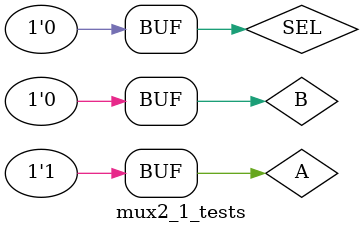
<source format=v>
`timescale 1ns / 1ps



module mux2_1_tests;

	// Inputs
	reg A;
	reg B;
	reg SEL;

	// Outputs
	wire OUT_gates;
	wire OUT_dataflow;
	wire OUT_behavioral;

	// Instantiate the Unit Under Test (UUT)
	mux2_1_gates uut_gates (
		.A(A), 
		.B(B), 
		.SEL(SEL), 
		.OUT(OUT_gates)
	);
	mux2_1_dataflow uut_dataflow (
		.A(A), 
		.B(B), 
		.SEL(SEL), 
		.OUT(OUT_dataflow)
	);
	mux2_1_behavioral uut_behavioral (
		.A(A), 
		.B(B), 
		.SEL(SEL), 
		.OUT(OUT_behavioral)
	);

	initial begin
		// Initialize Inputs
		A = 0;
		B = 0;
		SEL = 0;

		// Wait 100 ns for global reset to finish
		#100;
		
		A=1;
		B=1;
		SEL=0;
		//OUT should eq 0
		
		#10
		A=0;
		SEL=1;
		//OUT should be B
		
		#10
		A=1;
		B=0;
		SEL=0;
		//OUT should be 1
		
        
		// Add stimulus here

	end
      
endmodule


</source>
